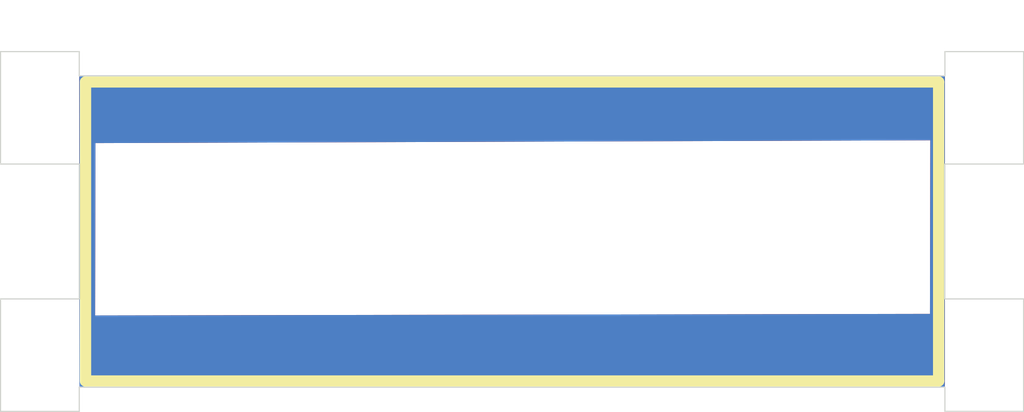
<source format=kicad_pcb>
(kicad_pcb (version 20221018) (generator pcbnew)
  (layers (0 "F.Cu" signal) (31 "B.Cu" signal) (34 "B.Paste" user) (35 "F.Paste" user) (36 "B.SilkS" user "B.Silkscreen") (37 "F.SilkS" user "F.Silkscreen") (38 "B.Mask" user) (39 "F.Mask" user) (44 "Edge.Cuts" user))
  (net 0 "")
  (footprint "TopEkoparty:Top" (layer "F.Cu") (at 150.79 92.21)
    (fp_text reference "Ref**" hide)
    (fp_text value "Val**" hide)
    (fp_line (start -37.94 -13.3) (end -37.94 13.3) (stroke (width 1)) (layer "F.SilkS"))
    (fp_line (start -37.94 13.3) (end 37.94 13.3) (stroke (width 1)) (layer "F.SilkS"))
    (fp_line (start 37.94 -13.3) (end -37.94 -13.3) (stroke (width 1)) (layer "F.SilkS"))
    (fp_line (start 37.94 13.3) (end 37.94 -13.3) (stroke (width 1)) (layer "F.SilkS"))
    (fp_line (start -45.5 -16) (end -45.5 -6) (stroke (width 0.1)) (layer "Edge.Cuts"))
    (fp_line (start -45.5 -6) (end -38.5 -6) (stroke (width 0.1)) (layer "Edge.Cuts"))
    (fp_line (start -45.5 6) (end -45.5 16) (stroke (width 0.1)) (layer "Edge.Cuts"))
    (fp_line (start -45.5 16) (end -38.5 16) (stroke (width 0.1)) (layer "Edge.Cuts"))
    (fp_line (start -38.500004 -16) (end -45.5 -16) (stroke (width 0.1)) (layer "Edge.Cuts"))
    (fp_line (start -38.5 -13.847379) (end -38.5 -16) (stroke (width 0.1)) (layer "Edge.Cuts"))
    (fp_line (start -38.5 -13.847379) (end 38.5 -13.847379) (stroke (width 0.1)) (layer "Edge.Cuts"))
    (fp_line (start -38.5 -6) (end -38.5 6) (stroke (width 0.1)) (layer "Edge.Cuts"))
    (fp_line (start -38.5 6) (end -45.5 6) (stroke (width 0.1)) (layer "Edge.Cuts"))
    (fp_line (start -38.5 13.847379) (end -38.5 16) (stroke (width 0.1)) (layer "Edge.Cuts"))
    (fp_line (start 38.5 -16) (end 38.5 -13.847379) (stroke (width 0.1)) (layer "Edge.Cuts"))
    (fp_line (start 38.5 -6) (end 45.5 -6) (stroke (width 0.1)) (layer "Edge.Cuts"))
    (fp_line (start 38.5 6) (end 38.5 -6) (stroke (width 0.1)) (layer "Edge.Cuts"))
    (fp_line (start 38.5 13.847379) (end -38.5 13.847379) (stroke (width 0.1)) (layer "Edge.Cuts"))
    (fp_line (start 38.5 13.847379) (end 38.5 16) (stroke (width 0.1)) (layer "Edge.Cuts"))
    (fp_line (start 38.5 16) (end 45.5 16) (stroke (width 0.1)) (layer "Edge.Cuts"))
    (fp_line (start 45.5 -16) (end 38.5 -16) (stroke (width 0.1)) (layer "Edge.Cuts"))
    (fp_line (start 45.5 -6) (end 45.5 -16) (stroke (width 0.1)) (layer "Edge.Cuts"))
    (fp_line (start 45.5 6) (end 38.5 6) (stroke (width 0.1)) (layer "Edge.Cuts"))
    (fp_line (start 45.5 16) (end 45.5 6) (stroke (width 0.1)) (layer "Edge.Cuts"))
  )
  (zone (net 0) (net_name "") (layers "F&B.Cu") (connect_pads (clearance 0)) (min_thickness 0.25)
    (keepout (tracks not_allowed) (vias not_allowed) (pads not_allowed) (copperpour not_allowed) (footprints allowed))
    (fill (thermal_gap 0.5) (thermal_bridge_width 0.5))
    (polygon (pts (xy 113.73 84.346724) (xy 187.99 84.096724) (xy 187.96 99.54) (xy 113.7 99.68)))
  )
  (zone (net 0) (net_name "") (layers "F&B.Cu") (connect_pads (clearance 0.5)) (min_thickness 0.25) (fill yes (thermal_gap 0.5) (thermal_bridge_width 0.5) (island_removal_mode 1) (island_area_min 10))
    (polygon (pts (xy 112.29 78.36) (xy 189.29 78.36) (xy 189.28 106.06) (xy 112.31 106.06) (xy 112.31 104.55)))
  )
)
</source>
